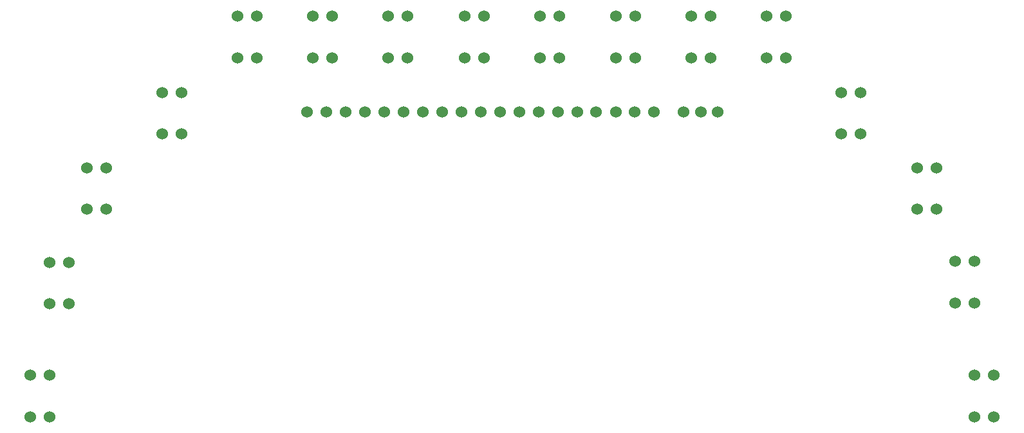
<source format=gbl>
G04 Layer: BottomLayer*
G04 EasyEDA v6.5.40, 2024-04-07 17:54:18*
G04 Gerber Generator version 0.2*
G04 Scale: 100 percent, Rotated: No, Reflected: No *
G04 Dimensions in millimeters *
G04 leading zeros omitted , absolute positions ,4 integer and 5 decimal *
%FSLAX45Y45*%
%MOMM*%

%ADD10C,1.5240*%

%LPD*%
D10*
G01*
X15697169Y9444388D03*
G01*
X15951169Y9444388D03*
G01*
X15697169Y8894376D03*
G01*
X15951169Y8894376D03*
G01*
X11976100Y4720005D03*
G01*
X12230100Y4720005D03*
G01*
X11976100Y4169994D03*
G01*
X12230100Y4169994D03*
G01*
X12230100Y6205905D03*
G01*
X12484100Y6205905D03*
G01*
X12230100Y5655894D03*
G01*
X12484100Y5655894D03*
G01*
X12725400Y7450505D03*
G01*
X12979400Y7450505D03*
G01*
X12725400Y6900494D03*
G01*
X12979400Y6900494D03*
G01*
X13716000Y8441105D03*
G01*
X13970000Y8441105D03*
G01*
X13716000Y7891094D03*
G01*
X13970000Y7891094D03*
G01*
X14706600Y9444405D03*
G01*
X14960600Y9444405D03*
G01*
X14706600Y8894394D03*
G01*
X14960600Y8894394D03*
G01*
X16687800Y9444405D03*
G01*
X16941800Y9444405D03*
G01*
X16687800Y8894394D03*
G01*
X16941800Y8894394D03*
G01*
X17691100Y9444405D03*
G01*
X17945100Y9444405D03*
G01*
X17691100Y8894394D03*
G01*
X17945100Y8894394D03*
G01*
X18681700Y9444405D03*
G01*
X18935700Y9444405D03*
G01*
X18681700Y8894394D03*
G01*
X18935700Y8894394D03*
G01*
X19685000Y9444405D03*
G01*
X19939000Y9444405D03*
G01*
X19685000Y8894394D03*
G01*
X19939000Y8894394D03*
G01*
X20675600Y9444405D03*
G01*
X20929600Y9444405D03*
G01*
X20675600Y8894394D03*
G01*
X20929600Y8894394D03*
G01*
X21666200Y9444405D03*
G01*
X21920200Y9444405D03*
G01*
X21666200Y8894394D03*
G01*
X21920200Y8894394D03*
G01*
X22644100Y8441105D03*
G01*
X22898100Y8441105D03*
G01*
X22644100Y7891094D03*
G01*
X22898100Y7891094D03*
G01*
X23647400Y7450505D03*
G01*
X23901400Y7450505D03*
G01*
X23647400Y6900494D03*
G01*
X23901400Y6900494D03*
G01*
X24142700Y6218605D03*
G01*
X24396700Y6218605D03*
G01*
X24142700Y5668594D03*
G01*
X24396700Y5668594D03*
G01*
X24396700Y4720005D03*
G01*
X24650700Y4720005D03*
G01*
X24396700Y4169994D03*
G01*
X24650700Y4169994D03*
G01*
X15621000Y8178800D03*
G01*
X15875000Y8178800D03*
G01*
X16129000Y8178800D03*
G01*
X16383000Y8178800D03*
G01*
X16637000Y8178800D03*
G01*
X16891000Y8178800D03*
G01*
X17145000Y8178800D03*
G01*
X17399000Y8178800D03*
G01*
X17653000Y8178800D03*
G01*
X17907000Y8178800D03*
G01*
X18161000Y8178800D03*
G01*
X18415000Y8178800D03*
G01*
X18669000Y8178800D03*
G01*
X18923000Y8178800D03*
G01*
X19177000Y8178800D03*
G01*
X19418300Y8178800D03*
G01*
X19685000Y8178800D03*
G01*
X19926300Y8178800D03*
G01*
X20180300Y8178800D03*
G01*
X20574000Y8178800D03*
G01*
X20802600Y8178800D03*
G01*
X21018500Y8178800D03*
M02*

</source>
